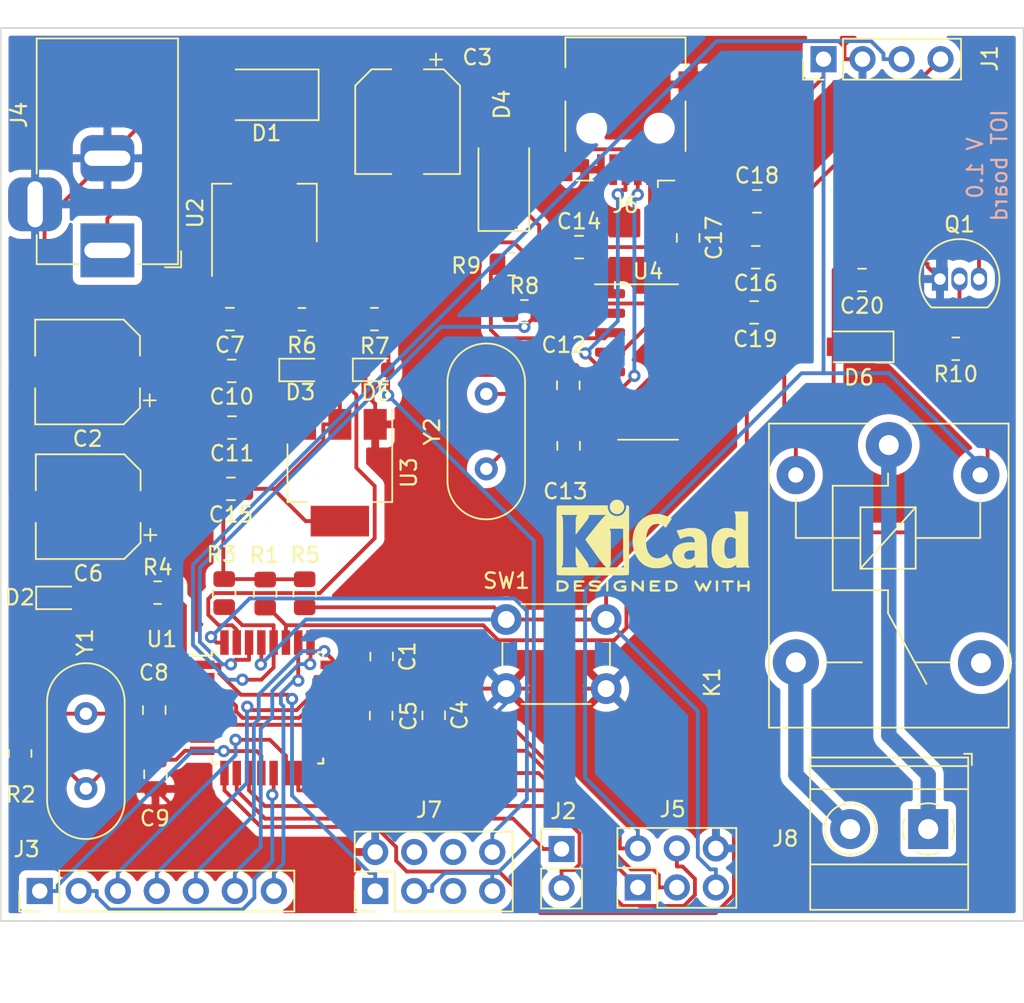
<source format=kicad_pcb>
(kicad_pcb (version 20211014) (generator pcbnew)
  (layers (0 "F.Cu" signal) (31 "B.Cu" signal) (34 "B.Paste" user) (35 "F.Paste" user) (36 "B.SilkS" user "B.Silkscreen") (37 "F.SilkS" user "F.Silkscreen") (38 "B.Mask" user) (39 "F.Mask" user) (44 "Edge.Cuts" user))
  (net 0 "")
  (net 1 "GND")
  (net 2 "Net-(C1-Pad2)")
  (net 3 "Net-(C2-Pad1)")
  (net 4 "+5V")
  (net 5 "Net-(C8-Pad1)")
  (net 6 "Net-(C9-Pad1)")
  (net 7 "Net-(C12-Pad2)")
  (net 8 "Net-(C13-Pad2)")
  (net 9 "Net-(C14-Pad2)")
  (net 10 "Net-(C15-Pad1)")
  (net 11 "Net-(C16-Pad2)")
  (net 12 "Net-(C19-Pad1)")
  (net 13 "RST")
  (net 14 "Net-(D1-Pad2)")
  (net 15 "Net-(D2-Pad2)")
  (net 16 "Net-(D3-Pad2)")
  (net 17 "+3V3")
  (net 18 "Net-(D6-Pad2)")
  (net 19 "SCL")
  (net 20 "SDA")
  (net 21 "D6")
  (net 22 "D7")
  (net 23 "D8")
  (net 24 "D9")
  (net 25 "D10")
  (net 26 "A0")
  (net 27 "A1")
  (net 28 "A2")
  (net 29 "A3")
  (net 30 "MISO")
  (net 31 "SCK")
  (net 32 "MOSI")
  (net 33 "D-")
  (net 34 "D+")
  (net 36 "Tx")
  (net 40 "Rx")
  (net 41 "Net-(J8-Pad2)")
  (net 43 "Net-(Q1-Pad2)")
  (net 44 "Net-(R4-Pad2)")
  (net 45 "Net-(R8-Pad1)")
  (net 46 "USB_RX")
  (net 47 "Net-(R9-Pad1)")
  (net 48 "USB_TX")
  (net 49 "Relay")
  (net 58 "Net-(K1-Pad1)")
  (footprint "Capacitor_SMD:C_0805_2012Metric" (layer "F.Cu") (at 99.09 94.06 90)
    (fp_text reference "C4")
    (fp_text value "1uF")
  )
  (footprint "Button_Switch_THT:SW_PUSH_6mm" (layer "F.Cu") (at 103.81 87.82)
    (fp_text reference "SW1")
    (fp_text value "SW_DIP_x01")
  )
  (footprint "LED_SMD:LED_0603_1608Metric" (layer "F.Cu") (at 74.7 86.41)
    (fp_text reference "D2")
    (fp_text value "LED")
  )
  (footprint "Capacitor_SMD:C_0805_2012Metric" (layer "F.Cu") (at 115.65 62.97 -90)
    (fp_text reference "C17")
    (fp_text value "0.1uF")
  )
  (footprint "Capacitor_SMD:C_0805_2012Metric" (layer "F.Cu") (at 107.87 76.51 90)
    (fp_text reference "C13")
    (fp_text value "22pF")
  )
  (footprint "Connector_BarrelJack:BarrelJack_Horizontal" (layer "F.Cu") (at 77.8475 63.78 -90)
    (fp_text reference "J4")
    (fp_text value "Barrel_Jack_Switch")
  )
  (footprint "Package_TO_SOT_SMD:SOT-223-3_TabPin2" (layer "F.Cu") (at 88.07 61.35 90)
    (fp_text reference "U2")
    (fp_text value "AMS1117-5.0")
  )
  (footprint "Symbol:KiCad-Logo2_5mm_SilkScreen" (layer "F.Cu") (at 113.36 83)
    (fp_text reference "REF**" hide)
    (fp_text value "KiCad-Logo2_5mm_SilkScreen" hide)
  )
  (footprint "Crystal:Crystal_HC49-4H_Vertical" (layer "F.Cu") (at 76.45 98.83 90)
    (fp_text reference "Y1")
    (fp_text value "Crystal")
  )
  (footprint "Capacitor_SMD:CP_Elec_6.3x5.4" (layer "F.Cu") (at 76.6 80.47 180)
    (fp_text reference "C6")
    (fp_text value "47uF")
  )
  (footprint "LED_SMD:LED_0603_1608Metric" (layer "F.Cu") (at 90.5225 71.57)
    (fp_text reference "D3")
    (fp_text value "LED")
  )
  (footprint "Capacitor_SMD:CP_Elec_6.3x5.4" (layer "F.Cu") (at 76.56 71.7 180)
    (fp_text reference "C2")
    (fp_text value "47uF")
  )
  (footprint "Connector_PinHeader_2.54mm:PinHeader_2x04_P2.54mm_Vertical" (layer "F.Cu") (at 95.28 105.5 90)
    (fp_text reference "J7")
    (fp_text value "Conn_02x04_Odd_Even")
  )
  (footprint "Capacitor_SMD:CP_Elec_6.3x5.4" (layer "F.Cu") (at 97.39 55.4 -90)
    (fp_text reference "C3")
    (fp_text value "4.7uF")
  )
  (footprint "Resistor_SMD:R_0805_2012Metric" (layer "F.Cu") (at 95.23 68.26 180)
    (fp_text reference "R7")
    (fp_text value "1k")
  )
  (footprint "Capacitor_SMD:C_0805_2012Metric" (layer "F.Cu") (at 119.95 67.82)
    (fp_text reference "C19")
    (fp_text value "0.1uF")
  )
  (footprint "Capacitor_SMD:C_0805_2012Metric" (layer "F.Cu") (at 85.82 68.26 180)
    (fp_text reference "C7")
    (fp_text value "0.1uF")
  )
  (footprint "Connector_PinHeader_2.54mm:PinHeader_1x02_P2.54mm_Vertical" (layer "F.Cu") (at 107.41 102.765)
    (fp_text reference "J2")
    (fp_text value "Conn_01x02_Male")
  )
  (footprint "Connector_PinHeader_2.54mm:PinHeader_1x07_P2.54mm_Vertical" (layer "F.Cu") (at 73.445 105.5 90)
    (fp_text reference "J3")
    (fp_text value "Conn_01x07_Male")
  )
  (footprint "Resistor_SMD:R_0805_2012Metric" (layer "F.Cu") (at 90.51 68.27)
    (fp_text reference "R6")
    (fp_text value "1k")
  )
  (footprint "Crystal:Crystal_HC49-4H_Vertical" (layer "F.Cu") (at 102.51 78.01 90)
    (fp_text reference "Y2")
    (fp_text value "Crystal")
  )
  (footprint "Relay_THT:Relay_SPDT_SANYOU_SRD_Series_Form_C" (layer "F.Cu") (at 128.71 76.46 -90)
    (fp_text reference "K1")
    (fp_text value "G5Q-1")
  )
  (footprint "Resistor_SMD:R_0805_2012Metric" (layer "F.Cu") (at 133.07 70.19 180)
    (fp_text reference "R10")
    (fp_text value "1k")
  )
  (footprint "Capacitor_SMD:C_0805_2012Metric" (layer "F.Cu") (at 85.94 71.63 180)
    (fp_text reference "C10")
    (fp_text value "0.1uF")
  )
  (footprint "Resistor_SMD:R_0805_2012Metric" (layer "F.Cu") (at 81.12 86.07)
    (fp_text reference "R4")
    (fp_text value "1k")
  )
  (footprint "Capacitor_SMD:C_0805_2012Metric" (layer "F.Cu") (at 95.7 90.23 -90)
    (fp_text reference "C1")
    (fp_text value "0.1uF")
  )
  (footprint "Connector_USB:USB_Mini-B_Lumberg_2486_01_Horizontal" (layer "F.Cu") (at 111.57 55.825 180)
    (fp_text reference "J6")
    (fp_text value "USB_B_Mini")
  )
  (footprint "Resistor_SMD:R_0805_2012Metric" (layer "F.Cu") (at 72.17 96.5425 -90)
    (fp_text reference "R2")
    (fp_text value "1M")
  )
  (footprint "Capacitor_SMD:C_0805_2012Metric" (layer "F.Cu") (at 95.67 94.08 90)
    (fp_text reference "C5")
    (fp_text value "1uF")
  )
  (footprint "Capacitor_SMD:C_0805_2012Metric" (layer "F.Cu") (at 107.85 72.57 -90)
    (fp_text reference "C12")
    (fp_text value "22pF")
  )
  (footprint "TerminalBlock_Phoenix:TerminalBlock_Phoenix_MKDS-1,5-2-5.08_1x02_P5.08mm_Horizontal" (layer "F.Cu") (at 131.275 101.465 180)
    (fp_text reference "J8")
    (fp_text value "Conn_01x02_Male")
  )
  (footprint "Resistor_SMD:R_0805_2012Metric" (layer "F.Cu") (at 90.69 86.11 90)
    (fp_text reference "R5")
    (fp_text value "1k")
  )
  (footprint "Package_QFP:TQFP-32_7x7mm_P0.8mm" (layer "F.Cu") (at 88.27 93.57)
    (fp_text reference "U1")
    (fp_text value "ATmega328P-A")
  )
  (footprint "Connector_PinHeader_2.54mm:PinHeader_1x04_P2.54mm_Vertical" (layer "F.Cu") (at 124.46 51.33 90)
    (fp_text reference "J1")
    (fp_text value "Conn_01x04_Male")
  )
  (footprint "Capacitor_SMD:C_0805_2012Metric" (layer "F.Cu") (at 80.9 93.72 90)
    (fp_text reference "C8")
    (fp_text value "22pF")
  )
  (footprint "Package_SO:SOIC-16_3.9x9.9mm_P1.27mm" (layer "F.Cu") (at 113.04 71.05)
    (fp_text reference "U4")
    (fp_text value "CH340G")
  )
  (footprint "Capacitor_SMD:C_0805_2012Metric" (layer "F.Cu") (at 120.13 60.59)
    (fp_text reference "C18")
    (fp_text value "0.1uF")
  )
  (footprint "LED_SMD:LED_0603_1608Metric" (layer "F.Cu") (at 95.31 71.56)
    (fp_text reference "D5")
    (fp_text value "LED")
  )
  (footprint "Connector_PinHeader_2.54mm:PinHeader_2x03_P2.54mm_Vertical" (layer "F.Cu") (at 112.375 105.265 90)
    (fp_text reference "J5")
    (fp_text value "Conn_02x03_Odd_Even")
  )
  (footprint "Resistor_SMD:R_0805_2012Metric" (layer "F.Cu") (at 104.99 67.75)
    (fp_text reference "R8")
    (fp_text value "1k")
  )
  (footprint "Resistor_SMD:R_0805_2012Metric" (layer "F.Cu") (at 85.45 86.1 90)
    (fp_text reference "R3")
    (fp_text value "1k")
  )
  (footprint "Package_TO_SOT_SMD:SOT-223-3_TabPin2" (layer "F.Cu") (at 92.98 78.26 -90)
    (fp_text reference "U3")
    (fp_text value "AMS1117-3.3")
  )
  (footprint "Diode_SMD:D_SOD-123" (layer "F.Cu") (at 126.77 70.06 180)
    (fp_text reference "D6")
    (fp_text value "1N4007")
  )
  (footprint "Capacitor_SMD:C_0805_2012Metric" (layer "F.Cu") (at 126.97 65.71 180)
    (fp_text reference "C20")
    (fp_text value "100uF")
  )
  (footprint "Diode_SMD:D_SMA" (layer "F.Cu") (at 88.2 53.65 180)
    (fp_text reference "D1")
    (fp_text value "1N4007")
  )
  (footprint "Resistor_SMD:R_0805_2012Metric" (layer "F.Cu") (at 88.12 86.13 90)
    (fp_text reference "R1")
    (fp_text value "1k")
  )
  (footprint "Capacitor_SMD:C_0805_2012Metric" (layer "F.Cu") (at 80.98 97.9 -90)
    (fp_text reference "C9")
    (fp_text value "22pF")
  )
  (footprint "Diode_SMD:D_SMA" (layer "F.Cu") (at 103.65 59.12 90)
    (fp_text reference "D4")
    (fp_text value "1N4007")
  )
  (footprint "Capacitor_SMD:C_0805_2012Metric" (layer "F.Cu") (at 85.89 79.31 180)
    (fp_text reference "C15")
    (fp_text value "10uF")
  )
  (footprint "Capacitor_SMD:C_0805_2012Metric" (layer "F.Cu") (at 85.96 75.32 180)
    (fp_text reference "C11")
    (fp_text value "10uF")
  )
  (footprint "Package_TO_SOT_THT:TO-92_Inline" (layer "F.Cu") (at 132.04 65.65)
    (fp_text reference "Q1")
    (fp_text value "PN2222A")
  )
  (footprint "Capacitor_SMD:C_0805_2012Metric" (layer "F.Cu") (at 108.55 63.57)
    (fp_text reference "C14")
    (fp_text value "1uF")
  )
  (footprint "Resistor_SMD:R_0805_2012Metric" (layer "F.Cu") (at 104.15 64.68)
    (fp_text reference "R9")
    (fp_text value "1k")
  )
  (footprint "Capacitor_SMD:C_0805_2012Metric" (layer "F.Cu") (at 120.05 64.23 180)
    (fp_text reference "C16")
    (fp_text value "10nF")
  )
  (gr_rect (start 70.91 49.3) (end 137.48 107.45) (layer "Edge.Cuts") (width 0.1) (fill none))
  (gr_text "V 1.0" (at 134.33 58.42 90) (layer "B.SilkS") (effects (font (size 1 1)) (justify mirror)))
  (gr_text "IOT board" (at 135.91 58.25 90) (layer "B.SilkS") (effects (font (size 1 1)) (justify mirror)))
  (segment (start 98.67 50.2) (end 85.4275 50.2) (width 0.25) (layer "F.Cu") (net 1))
  (segment (start 117.665 50.1547) (end 125.4575 50.1547) (width 0.25) (layer "F.Cu") (net 1))
  (segment (start 80.9 92.77) (end 82.8947 92.77) (width 0.25) (layer "F.Cu") (net 1))
  (segment (start 95.6993 89.6393) (end 99.09 93.03) (width 0.25) (layer "F.Cu") (net 1))
  (segment (start 84.99 75.3) (end 84.99 71.63) (width 0.25) (layer "F.Cu") (net 1))
  (segment (start 95.28 75.11) (end 96.3553 75.11) (width 0.25) (layer "F.Cu") (net 1))
  (segment (start 127 51.33) (end 127 52.5053) (width 0.25) (layer "F.Cu") (net 1))
  (segment (start 74.96 79.31) (end 73.8 80.47) (width 0.25) (layer "F.Cu") (net 1))
  (segment (start 127.0828 64.6472) (end 126.02 65.71) (width 0.25) (layer "F.Cu") (net 1))
  (segment (start 86.0881 70.5319) (end 88.6969 70.5319) (width 0.25) (layer "F.Cu") (net 1))
  (segment (start 85.4275 50.2) (end 77.8475 57.78) (width 0.25) (layer "F.Cu") (net 1))
  (segment (start 114.4746 68.51) (end 113.4299 69.5547) (width 0.25) (layer "F.Cu") (net 1))
  (segment (start 95.28 73.7847) (end 94.5225 73.0272) (width 0.25) (layer "F.Cu") (net 1))
  (segment (start 127 51.33) (end 125.8247 51.33) (width 0.25) (layer "F.Cu") (net 1))
  (segment (start 106.465 59.08) (end 107.12 58.425) (width 0.25) (layer "F.Cu") (net 1))
  (segment (start 121 64.23) (end 116.72 68.51) (width 0.25) (layer "F.Cu") (net 1))
  (segment (start 131.2269 64.6472) (end 127.0828 64.6472) (width 0.25) (layer "F.Cu") (net 1))
  (segment (start 107.12 59.6003) (end 107.35 59.6003) (width 0.25) (layer "F.Cu") (net 1))
  (segment (start 82.8947 92.77) (end 82.8947 93.97) (width 0.25) (layer "F.Cu") (net 1))
  (segment (start 107.35 59.6003) (end 107.6 59.8503) (width 0.25) (layer "F.Cu") (net 1))
  (segment (start 86.2284 93.4531) (end 86.2284 93.8031) (width 0.25) (layer "F.Cu") (net 1))
  (segment (start 82.8947 92.77) (end 82.8947 92.37) (width 0.25) (layer "F.Cu") (net 1))
  (segment (start 94.6777 92.1376) (end 93.6453 93.17) (width 0.25) (layer "F.Cu") (net 1))
  (segment (start 86.2284 93.8031) (end 86.6533 94.228) (width 0.25) (layer "F.Cu") (net 1))
  (segment (start 95.7 89.6386) (end 95.7 89.28) (width 0.25) (layer "F.Cu") (net 1))
  (segment (start 107.6 63.57) (end 110.565 66.535) (width 0.25) (layer "F.Cu") (net 1))
  (segment (start 85.01 79.24) (end 85.01 75.32) (width 0.25) (layer "F.Cu") (net 1))
  (segment (start 109.5477 73.59) (end 107.85 71.8923) (width 0.25) (layer "F.Cu") (net 1))
  (segment (start 85.77 64.5) (end 85.77 65.8253) (width 0.25) (layer "F.Cu") (net 1))
  (segment (start 116.02 52.975) (end 116.02 51.7997) (width 0.25) (layer "F.Cu") (net 1))
  (segment (start 131.2269 64.8369) (end 132.04 65.65) (width 0.25) (layer "F.Cu") (net 1))
  (segment (start 93.0827 93.17) (end 92.52 93.17) (width 0.25) (layer "F.Cu") (net 1))
  (segment (start 107.12 52.975) (end 101.445 52.975) (width 0.25) (layer "F.Cu") (net 1))
  (segment (start 80.9 92.77) (end 80.2725 92.77) (width 0.25) (layer "F.Cu") (net 1))
  (segment (start 84.02 92.37) (end 82.8947 92.37) (width 0.25) (layer "F.Cu") (net 1))
  (segment (start 94.6486 90.69) (end 95.6993 89.6393) (width 0.25) (layer "F.Cu") (net 1))
  (segment (start 116.02 58.425) (end 116.02 61.65) (width 0.25) (layer "F.Cu") (net 1))
  (segment (start 74.96 79.31) (end 74.96 72.9) (width 0.25) (layer "F.Cu") (net 1))
  (segment (start 90.3367 94.228) (end 91.3947 93.17) (width 0.25) (layer "F.Cu") (net 1))
  (segment (start 116.02 61.65) (end 115.65 62.02) (width 0.25) (layer "F.Cu") (net 1))
  (segment (start 103.81 92.32) (end 99.8 92.32) (width 0.25) (layer "F.Cu") (net 1))
  (segment (start 84.02 93.97) (end 82.8947 93.97) (width 0.25) (layer "F.Cu") (net 1))
  (segment (start 84.02 92.37) (end 85.1453 92.37) (width 0.25) (layer "F.Cu") (net 1))
  (segment (start 95.67 93.13) (end 94.6777 92.1376) (width 0.25) (layer "F.Cu") (net 1))
  (segment (start 94.5225 73.0272) (end 94.5225 71.56) (width 0.25) (layer "F.Cu") (net 1))
  (segment (start 116.02 52.975) (end 107.12 52.975) (width 0.25) (layer "F.Cu") (net 1))
  (segment (start 131.2269 64.6472) (end 131.2269 64.8369) (width 0.25) (layer "F.Cu") (net 1))
  (segment (start 85.1453 92.37) (end 86.2284 93.4531) (width 0.25) (layer "F.Cu") (net 1))
  (segment (start 99.09 93.03) (end 99.09 93.11) (width 0.25) (layer "F.Cu") (net 1))
  (segment (start 109.97 58.525) (end 109.97 59.8503) (width 0.25) (layer "F.Cu") (net 1))
  (segment (start 92.52 93.17) (end 91.3947 93.17) (width 0.25) (layer "F.Cu") (net 1))
  (segment (start 110.565 66.535) (end 110.565 66.605) (width 0.25) (layer "F.Cu") (net 1))
  (segment (start 80.2725 92.77) (end 73.9125 86.41) (width 0.25) (layer "F.Cu") (net 1))
  (segment (start 94.6486 92.1086) (end 94.6486 90.69) (width 0.25) (layer "F.Cu") (net 1))
  (segment (start 97.39 58.2) (end 98.27 59.08) (width 0.25) (layer "F.Cu") (net 1))
  (segment (start 95.28 75.11) (end 95.28 73.7847) (width 0.25) (layer "F.Cu") (net 1))
  (segment (start 125.4575 50.1547) (end 125.8247 50.5219) (width 0.25) (layer "F.Cu") (net 1))
  (segment (start 94.6777 92.1376) (end 94.6486 92.1086) (width 0.25) (layer "F.Cu") (net 1))
  (segment (start 117.455 99.465) (end 117.455 102.725) (width 0.25) (layer "F.Cu") (net 1))
  (segment (start 121.08 60.59) (end 121.08 58.4253) (width 0.25) (layer "F.Cu") (net 1))
  (segment (start 88.6969 70.5319) (end 89.735 71.57) (width 0.25) (layer "F.Cu") (net 1))
  (segment (start 93.0827 93.17) (end 93.6453 93.17) (width 0.25) (layer "F.Cu") (net 1))
  (segment (start 107.6 59.8503) (end 107.6 63.57) (width 0.25) (layer "F.Cu") (net 1))
  (segment (start 99.8 92.32) (end 99.09 93.03) (width 0.25) (layer "F.Cu") (net 1))
  (segment (start 84.94 79.31) (end 74.96 79.31) (width 0.25) (layer "F.Cu") (net 1))
  (segment (start 107.85 71.8923) (end 107.85 71.62) (width 0.25) (layer "F.Cu") (net 1))
  (segment (start 103.81 92.32) (end 110.31 92.32) (width 0.25) (layer "F.Cu") (net 1))
  (segment (start 85.01 75.32) (end 84.99 75.3) (width 0.25) (layer "F.Cu") (net 1))
  (segment (start 111.6721 73.59) (end 109.5477 73.59) (width 0.25) (layer "F.Cu") (net 1))
  (segment (start 84.87 69.3138) (end 84.87 68.26) (width 0.25) (layer "F.Cu") (net 1))
  (segment (start 74.8475 60.78) (end 77.8475 57.78) (width 0.25) (layer "F.Cu") (net 1))
  (segment (start 121.08 58.4253) (end 127 52.5053) (width 0.25) (layer "F.Cu") (net 1))
  (segment (start 73.76 60.78) (end 74.8475 60.78) (width 0.25) (layer "F.Cu") (net 1))
  (segment (start 73.9125 80.5825) (end 73.8 80.47) (width 0.25) (layer "F.Cu") (net 1))
  (segment (start 116.72 68.51) (end 114.4746 68.51) (width 0.25) (layer "F.Cu") (net 1))
  (segment (start 107.12 58.425) (end 107.12 59.6003) (width 0.25) (layer "F.Cu") (net 1))
  (segment (start 125.8247 50.5219) (end 125.8247 51.33) (width 0.25) (layer "F.Cu") (net 1))
  (segment (start 95.28 102.96) (end 85.09 102.96) (width 0.25) (layer "F.Cu") (net 1))
  (segment (start 73.1475 60.78) (end 73.76 60.78) (width 0.25) (layer "F.Cu") (net 1))
  (segment (start 74.96 72.9) (end 73.76 71.7) (width 0.25) (layer "F.Cu") (net 1))
  (segment (start 84.94 79.31) (end 85.01 79.24) (width 0.25) (layer "F.Cu") (net 1))
  (segment (start 84.87 66.7253) (end 85.77 65.8253) (width 0.25) (layer "F.Cu") (net 1))
  (segment (start 110.2481 77.46) (end 111.8759 75.8322) (width 0.25) (layer "F.Cu") (net 1))
  (segment (start 113.4299 71.8322) (end 111.6721 73.59) (width 0.25) (layer "F.Cu") (net 1))
  (segment (start 73.76 60.78) (end 73.76 71.7) (width 0.25) (layer "F.Cu") (net 1))
  (segment (start 98.27 59.08) (end 106.465 59.08) (width 0.25) (layer "F.Cu") (net 1))
  (segment (start 110.31 92.32) (end 117.455 99.465) (width 0.25) (layer "F.Cu") (net 1))
  (segment (start 84.99 71.63) (end 86.0881 70.5319) (width 0.25) (layer "F.Cu") (net 1))
  (segment (start 121 60.67) (end 121.08 60.59) (width 0.25) (layer "F.Cu") (net 1))
  (segment (start 101.445 52.975) (end 98.67 50.2) (width 0.25) (layer "F.Cu") (net 1))
  (segment (start 107.85 71.8923) (end 99.573 71.8923) (width 0.25) (layer "F.Cu") (net 1))
  (segment (start 116.02 51.7997) (end 117.665 50.1547) (width 0.25) (layer "F.Cu") (net 1))
  (segment (start 86.0881 70.5319) (end 84.87 69.3138) (width 0.25) (layer "F.Cu") (net 1))
  (segment (start 95.6993 89.6393) (end 95.7 89.6386) (width 0.25) (layer "F.Cu") (net 1))
  (segment (start 73.9125 86.41) (end 73.9125 80.5825) (width 0.25) (layer "F.Cu") (net 1))
  (segment (start 107.87 77.46) (end 110.2481 77.46) (width 0.25) (layer "F.Cu") (net 1))
  (segment (start 109.97 59.8503) (end 107.6 59.8503) (width 0.25) (layer "F.Cu") (net 1))
  (segment (start 85.09 102.96) (end 80.98 98.85) (width 0.25) (layer "F.Cu") (net 1))
  (segment (start 113.4299 69.5547) (end 113.4299 71.8322) (width 0.25) (layer "F.Cu") (net 1))
  (segment (start 99.573 71.8923) (end 96.3553 75.11) (width 0.25) (layer "F.Cu") (net 1))
  (segment (start 121 64.23) (end 121 60.67) (width 0.25) (layer "F.Cu") (net 1))
  (segment (start 86.6533 94.228) (end 90.3367 94.228) (width 0.25) (layer "F.Cu") (net 1))
  (segment (start 111.8759 75.8322) (end 111.8759 73.7938) (width 0.25) (layer "F.Cu") (net 1))
  (segment (start 116.02 52.975) (end 116.02 58.425) (width 0.25) (layer "F.Cu") (net 1))
  (segment (start 111.8759 73.7938) (end 111.6721 73.59) (width 0.25) (layer "F.Cu") (net 1))
  (segment (start 84.87 68.26) (end 84.87 66.7253) (width 0.25) (layer "F.Cu") (net 1))
  (segment (start 103.81 92.32) (end 103.81 93.2547) (width 0.25) (layer "B.Cu") (net 1))
  (segment (start 132.41 57.9153) (end 132.41 64.98) (width 0.25) (layer "B.Cu") (net 1))
  (segment (start 95.28 102.96) (end 95.28 101.7847) (width 0.25) (layer "B.Cu") (net 1))
  (segment (start 103.81 93.2547) (end 95.28 101.7847) (width 0.25) (layer "B.Cu") (net 1))
  (segment (start 127 51.33) (end 127 52.5053) (width 0.25) (layer "B.Cu") (net 1))
  (segment (start 127 52.5053) (end 132.41 57.9153) (width 0.25) (layer "B.Cu") (net 1))
  (segment (start 96.7712 93.6034) (end 96.7712 92.2512) (width 0.25) (layer "F.Cu") (net 2))
  (segment (start 92.52 93.97) (end 96.4046 93.97) (width 0.25) (layer "F.Cu") (net 2))
  (segment (start 96.4046 93.97) (end 96.7712 93.6034) (width 0.25) (layer "F.Cu") (net 2))
  (segment (start 96.7712 92.2512) (end 95.7 91.18) (width 0.25) (layer "F.Cu") (net 2))
  (segment (start 90.37 63.1747) (end 85.9006 63.1747) (width 0.25) (layer "F.Cu") (net 3))
  (segment (start 79.36 68.6966) (end 79.36 71.7) (width 0.25) (layer "F.Cu") (net 3))
  (segment (start 84.9379 63.1187) (end 79.36 68.6966) (width 0.25) (layer "F.Cu") (net 3))
  (segment (start 85.8446 56.8801) (end 85.8446 63.1187) (width 0.25) (layer "F.Cu") (net 3))
  (segment (start 89.0747 53.65) (end 85.8446 56.8801) (width 0.25) (layer "F.Cu") (net 3))
  (segment (start 85.9006 63.1747) (end 85.8446 63.1187) (width 0.25) (layer "F.Cu") (net 3))
  (segment (start 90.37 64.5) (end 90.37 63.1747) (width 0.25) (layer "F.Cu") (net 3))
  (segment (start 89.85 53.65) (end 89.0747 53.65) (width 0.25) (layer "F.Cu") (net 3))
  (segment (start 85.8446 63.1187) (end 84.9379 63.1187) (width 0.25) (layer "F.Cu") (net 3))
  (segment (start 97.39 52.6) (end 96.2636 53.7264) (width 0.25) (layer "F.Cu") (net 4))
  (segment (start 88.12 85.2175) (end 88.09 85.1875) (width 0.25) (layer "F.Cu") (net 4))
  (segment (start 86.91 75.32) (end 86.91 75.11) (width 0.25) (layer "F.Cu") (net 4))
  (segment (start 88.07 58.2) (end 90.2953 58.2) (width 0.25) (layer "F.Cu") (net 4))
  (segment (start 89.4009 65.8265) (end 89.1453 65.5709) (width 0.25) (layer "F.Cu") (net 4))
  (segment (start 88.14 85.1975) (end 90.69 85.1975) (width 0.25) (layer "F.Cu") (net 4))
  (segment (start 93.9065 61.8112) (end 90.2953 58.2) (width 0.25) (layer "F.Cu") (net 4))
  (segment (start 95.67 95.03) (end 95.13 95.57) (width 0.25) (layer "F.Cu") (net 4))
  (segment (start 135.14 77.93) (end 134.66 78.41) (width 0.25) (layer "F.Cu") (net 4))
  (segment (start 89.5875 68.26) (end 86.77 68.26) (width 0.25) (layer "F.Cu") (net 4))
  (segment (start 111.1997 102.725) (end 111.1997 101.8211) (width 0.25) (layer "F.Cu") (net 4))
  (segment (start 103.65 60.77) (end 104.5753 60.77) (width 0.25) (layer "F.Cu") (net 4))
  (segment (start 95.13 95.57) (end 92.52 95.57) (width 0.25) (layer "F.Cu") (net 4))
  (segment (start 119.18 60.59) (end 119.18 57.7853) (width 0.25) (layer "F.Cu") (net 4))
  (segment (start 85.1662 94.6783) (end 90.503 94.6783) (width 0.25) (layer "F.Cu") (net 4))
  (segment (start 85.1453 93.17) (end 85.1453 94.6574) (width 0.25) (layer "F.Cu") (net 4))
  (segment (start 85.89 76.34) (end 85.89 79.9734) (width 0.25) (layer "F.Cu") (net 4))
  (segment (start 119.18 62.3517) (end 119.18 60.59) (width 0.25) (layer "F.Cu") (net 4))
  (segment (start 114.3383 66.605) (end 115.515 66.605) (width 0.25) (layer "F.Cu") (net 4))
  (segment (start 90.503 94.6783) (end 91.3947 95.57) (width 0.25) (layer "F.Cu") (net 4))
  (segment (start 89.5875 65.8265) (end 91.2834 65.8265) (width 0.25) (layer "F.Cu") (net 4))
  (segment (start 89.5975 68.27) (end 90.5225 69.195) (width 0.25) (layer "F.Cu") (net 4))
  (segment (start 88.09 85.1875) (end 85.45 85.1875) (width 0.25) (layer "F.Cu") (net 4))
  (segment (start 85.89 79.9734) (end 85.3934 80.47) (width 0.25) (layer "F.Cu") (net 4))
  (segment (start 86.91 75.32) (end 85.89 76.34) (width 0.25) (layer "F.Cu") (net 4))
  (segment (start 92.52 95.57) (end 91.3947 95.57) (width 0.25) (layer "F.Cu") (net 4))
  (segment (start 89.5875 68.26) (end 89.5975 68.27) (width 0.25) (layer "F.Cu") (net 4))
  (segment (start 95.69 95.01) (end 95.67 95.03) (width 0.25) (layer "F.Cu") (net 4))
  (segment (start 115.515 66.605) (end 115.515 66.0167) (width 0.25) (layer "F.Cu") (net 4))
  (segment (start 86.91 75.11) (end 89.6047 75.11) (width 0.25) (layer "F.Cu") (net 4))
  (segment (start 85.3934 80.47) (end 79.4 80.47) (width 0.25) (layer "F.Cu") (net 4))
  (segment (start 109.5404 67.24) (end 113.7033 67.24) (width 0.25) (layer "F.Cu") (net 4))
  (segment (start 124.46 51.33) (end 124.46 52.5053) (width 0.25) (layer "F.Cu") (net 4))
  (segment (start 89.5875 65.8265) (end 89.4009 65.8265) (width 0.25) (layer "F.Cu") (net 4))
  (segment (start 93.9065 63.2034) (end 93.9065 61.8112) (width 0.25) (layer "F.Cu") (net 4))
  (segment (start 90.5225 73.6272) (end 90.68 73.7847) (width 0.25) (layer "F.Cu") (net 4))
  (segment (start 86.91 71.65) (end 86.89 71.63) (width 0.25) (layer "F.Cu") (net 4))
  (segment (start 111.1997 101.8211) (end 104.3886 95.01) (width 0.25) (layer "F.Cu") (net 4))
  (segment (start 105.9557 63.6553) (end 109.5404 67.24) (width 0.25) (layer "F.Cu") (net 4))
  (segment (start 113.7033 67.24) (end 114.3383 66.605) (width 0.25) (layer "F.Cu") (net 4))
  (segment (start 85.1453 94.6574) (end 85.1662 94.6783) (width 0.25) (layer "F.Cu") (net 4))
  (segment (start 112.375 102.725) (end 111.1997 102.725) (width 0.25) (layer "F.Cu") (net 4))
  (segment (start 96.2636 53.7264) (end 96.2636 60.77) (width 0.25) (layer "F.Cu") (net 4))
  (segment (start 88.12 85.2175) (end 88.14 85.1975) (width 0.25) (layer "F.Cu") (net 4))
  (segment (start 128.51 70.06) (end 135.14 76.69) (width 0.25) (layer "F.Cu") (net 4))
  (segment (start 85.3934 85.1309) (end 85.45 85.1875) (width 0.25) (layer "F.Cu") (net 4))
  (segment (start 96.2636 60.77) (end 94.9477 60.77) (width 0.25) (layer "F.Cu") (net 4))
  (segment (start 104.3886 95.01) (end 99.09 95.01) (width 0.25) (layer "F.Cu") (net 4))
  (segment (start 128.42 70.06) (end 128.42 69.1347) (width 0.25) (layer "F.Cu") (net 4))
  (segment (start 115.515 66.0167) (end 119.18 62.3517) (width 0.25) (layer "F.Cu") (net 4))
  (segment (start 85.3934 80.47) (end 85.3934 85.1309) (width 0.25) (layer "F.Cu") (net 4))
  (segment (start 89.5875 65.8265) (end 89.5875 68.26) (width 0.25) (layer "F.Cu") (net 4))
  (segment (start 119.18 57.7853) (end 124.46 52.5053) (width 0.25) (layer "F.Cu") (net 4))
  (segment (start 84.02 93.17) (end 85.1453 93.17) (width 0.25) (layer "F.Cu") (net 4))
  (segment (start 89.1453 65.5709) (end 89.1453 64.5) (width 0.25) (layer "F.Cu") (net 4))
  (segment (start 99.09 95.01) (end 95.69 95.01) (width 0.25) (layer "F.Cu") (net 4))
  (segment (start 90.68 75.11) (end 89.6047 75.11) (width 0.25) (layer "F.Cu") (net 4))
  (segment (start 105.9557 62.1504) (end 105.9557 63.6553) (width 0.25) (layer "F.Cu") (net 4))
  (segment (start 128.42 69.1347) (end 127.92 68.6347) (width 0.25) (layer "F.Cu") (net 4))
  (segment (start 85.1453 94.6574) (end 85.0327 94.77) (width 0.25) (layer "F.Cu") (net 4))
  (segment (start 128.42 70.06) (end 128.51 70.06) (width 0.25) (layer "F.Cu") (net 4))
  (segment (start 91.2834 65.8265) (end 93.9065 63.2034) (width 0.25) (layer "F.Cu") (net 4))
  (segment (start 90.5225 69.195) (end 90.5225 73.6272) (width 0.25) (layer "F.Cu") (net 4))
  (segment (start 127.92 68.6347) (end 127.92 65.71) (width 0.25) (layer "F.Cu") (net 4))
  (segment (start 94.9477 60.77) (end 93.9065 61.8112) (width 0.25) (layer "F.Cu") (net 4))
  (segment (start 104.5753 60.77) (end 105.9557 62.1504) (width 0.25) (layer "F.Cu") (net 4))
  (segment (start 90.68 75.11) (end 90.68 73.7847) (width 0.25) (layer "F.Cu") (net 4))
  (segment (start 88.07 64.5) (end 89.1453 64.5) (width 0.25) (layer "F.Cu") (net 4))
  (segment (start 103.65 60.77) (end 96.2636 60.77) (width 0.25) (layer "F.Cu") (net 4))
  (segment (start 84.02 94.77) (end 85.0327 94.77) (width 0.25) (layer "F.Cu") (net 4))
  (segment (start 86.91 75.11) (end 86.91 71.65) (width 0.25) (layer "F.Cu") (net 4))
  (segment (start 135.14 76.69) (end 135.14 77.93) (width 0.25) (layer "F.Cu") (net 4))
  (segment (start 124.46 71.7806) (end 128.7199 71.7806) (width 0.25) (layer "B.Cu") (net 4))
  (segment (start 112.375 102.725) (end 112.375 101.5497) (width 0.25) (layer "B.Cu") (net 4))
  (segment (start 112.375 101.5497) (end 108.9407 98.1154) (width 0.25) (layer "B.Cu") (net 4))
  (segment (start 128.7199 71.7806) (end 134.7393 77.8) (width 0.25) (layer "B.Cu") (net 4))
  (segment (start 123.0294 71.7806) (end 124.46 71.7806) (width 0.25) (layer "B.Cu") (net 4))
  (segment (start 108.9407 98.1154) (end 108.9407 85.8693) (width 0.25) (layer "B.Cu") (net 4))
  (segment (start 124.46 71.7806) (end 124.46 51.33) (width 0.25) (layer "B.Cu") (net 4))
  (segment (start 108.9407 85.8693) (end 123.0294 71.7806) (width 0.25) (layer "B.Cu") (net 4))
  (segment (start 76.45 93.95) (end 73.85 93.95) (width 0.25) (layer "F.Cu") (net 5))
  (segment (start 80.9 94.67) (end 80.18 93.95) (width 0.25) (layer "F.Cu") (net 5))
  (segment (start 73.85 93.95) (end 72.17 95.63) (width 0.25) (layer "F.Cu") (net 5))
  (segment (start 80.18 93.95) (end 76.45 93.95) (width 0.25) (layer "F.Cu") (net 5))
  (segment (start 81.8 95.57) (end 80.9 94.67) (width 0.25) (layer "F.Cu") (net 5))
  (segment (start 84.02 95.57) (end 81.8 95.57) (width 0.25) (layer "F.Cu") (net 5))
  (segment (start 84.02 96.37) (end 82.8947 96.37) (width 0.25) (layer "F.Cu") (net 6))
  (segment (start 82.3147 96.95) (end 80.98 96.95) (width 0.25) (layer "F.Cu") (net 6))
  (segment (start 82.8947 96.37) (end 82.3147 96.95) (width 0.25) (layer "F.Cu") (net 6))
  (segment (start 78.33 96.95) (end 76.45 98.83) (width 0.25) (layer "F.Cu") (net 6))
  (segment (start 72.17 97.455) (end 75.075 97.455) (width 0.25) (layer "F.Cu") (net 6))
  (segment (start 80.98 96.95) (end 78.33 96.95) (width 0.25) (layer "F.Cu") (net 6))
  (segment (start 75.075 97.455) (end 76.45 98.83) (width 0.25) (layer "F.Cu") (net 6))
  (segment (start 107.46 73.13) (end 107.85 73.52) (width 0.25) (layer "F.Cu") (net 7))
  (segment (start 102.51 73.13) (end 107.46 73.13) (width 0.25) (layer "F.Cu") (net 7))
  (segment (start 108.555 74.225) (end 107.85 73.52) (width 0.25) (layer "F.Cu") (net 7))
  (segment (start 110.565 74.225) (end 108.555 74.225) (width 0.25) (layer "F.Cu") (net 7))
  (segment (start 104.96 75.56) (end 107.87 75.56) (width 0.25) (layer "F.Cu") (net 8))
  (segment (start 110.565 75.495) (end 110.5 75.56) (width 0.25) (layer "F.Cu") (net 8))
  (segment (start 110.5 75.56) (end 107.87 75.56) (width 0.25) (layer "F.Cu") (net 8))
  (segment (start 102.51 78.01) (end 104.96 75.56) (width 0.25) (layer "F.Cu") (net 8))
  (segment (start 113.17 58.525) (end 113.17 59.8503) (width 0.25) (layer "F.Cu") (net 9))
  (segment (start 104.8456 57.1997) (end 104.5753 57.47) (width 0.25) (layer "F.Cu") (net 9))
  (segment (start 103.65 57.47) (end 104.5753 57.47) (width 0.25) (layer "F.Cu") (net 9))
  (segment (start 115.3 63.57) (end 115.65 63.92) (width 0.25) (layer "F.Cu") (net 9))
  (segment (start 113.17 63.57) (end 115.3 63.57) (width 0.25) (layer "F.Cu") (net 9))
  (segment (start 113.17 63.57) (end 113.17 59.8503) (width 0.25) (layer "F.Cu") (net 9))
  (segment (start 109.5 63.57) (end 113.17 63.57) (width 0.25) (layer "F.Cu") (net 9))
  (segment (start 113.17 57.1997) (end 104.8456 57.1997) (width 0.25) (layer "F.Cu") (net 9))
  (segment (start 113.17 58.525) (end 113.17 57.1997) (width 0.25) (layer "F.Cu") (net 9))
  (segment (start 86.84 79.31) (end 88.78 79.31) (width 0.25) (layer "F.Cu") (net 10))
  (segment (start 88.78 79.31) (end 88.78 79.4353) (width 0.25) (layer "F.Cu") (net 10))
  (segment (start 92.98 81.41) (end 90.7547 81.41) (width 0.25) (layer "F.Cu") (net 10))
  (segment (start 92.98 69.5975) (end 94.3175 68.26) (width 0.25) (layer "F.Cu") (net 10))
  (segment (start 88.78 79.4353) (end 90.7547 81.41) (width 0.25) (layer "F.Cu") (net 10))
  (segment (start 88.78 79.31) (end 91.9047 76.1853) (width 0.25) (layer "F.Cu") (net 10))
  (segment (start 91.9047 76.1853) (end 91.9047 75.11) (width 0.25) (layer "F.Cu") (net 10))
  (segment (start 92.98 75.11) (end 91.9047 75.11) (width 0.25) (layer "F.Cu") (net 10))
  (segment (start 92.98 75.11) (end 92.98 69.5975) (width 0.25) (layer "F.Cu") (net 10))
  (segment (start 111.3025 70.415) (end 110.565 70.415) (width 0.25) (layer "F.Cu") (net 11))
  (segment (start 116.58 67.24) (end 114.4775 67.24) (width 0.25) (layer "F.Cu") (net 11))
  (segment (start 119.1 64.23) (end 119.1 64.72) (width 0.25) (layer "F.Cu") (net 11))
  (segment (start 119.1 64.72) (end 116.58 67.24) (width 0.25) (layer "F.Cu") (net 11))
  (segment (start 114.4775 67.24) (end 111.3025 70.415) (width 0.25) (layer "F.Cu") (net 11))
  (segment (start 115.515 70.415) (end 116.405 70.415) (width 0.25) (layer "F.Cu") (net 12))
  (segment (start 116.405 70.415) (end 119 67.82) (width 0.25) (layer "F.Cu") (net 12))
  (segment (start 110.31 86.02) (end 119.47 76.86) (width 0.25) (layer "F.Cu") (net 13))
  (segment (start 103.0125 87.0225) (end 90.69 87.0225) (width 0.25) (layer "F.Cu") (net 13))
  (segment (start 110.31 87.82) (end 110.31 86.02) (width 0.25) (layer "F.Cu") (net 13))
  (segment (start 103.81 87.82) (end 103.0125 87.0225) (width 0.25) (layer "F.Cu") (net 13))
  (segment (start 87.8372 90.7483) (end 87.87 90.7155) (width 0.25) (layer "F.Cu") (net 13))
  (segment (start 119.47 76.86) (end 119.47 69.25) (width 0.25) (layer "F.Cu") (net 13))
  (segment (start 119.47 69.25) (end 120.9 67.82) (width 0.25) (layer "F.Cu") (net 13))
  (segment (start 87.87 90.7155) (end 87.87 89.32) (width 0.25) (layer "F.Cu") (net 13))
  (segment (start 110.31 87.82) (end 103.81 87.82) (width 0.25) (layer "F.Cu") (net 13))
  (via (at 87.8372 90.7483) (size 0.8) (drill 0.4) (layers "F.Cu" "B.Cu") (net 13))
  (segment (start 117.0876 104.0897) (end 116.2797 103.2818) (width 0.25) (layer "B.Cu") (net 13))
  (segment (start 103.81 87.82) (end 90.7655 87.82) (width 0.25) (layer "B.Cu") (net 13))
  (segment (start 117.455 105.265) (end 117.455 104.0897) (width 0.25) (layer "B.Cu") (net 13))
  (segment (start 116.2797 103.2818) (end 116.2797 93.7897) (width 0.25) (layer "B.Cu") (net 13))
  (segment (start 90.7655 87.82) (end 87.8372 90.7483) (width 0.25) (layer "B.Cu") (net 13))
  (segment (start 117.455 104.0897) (end 117.0876 104.0897) (width 0.25) (layer "B.Cu") (net 13))
  (segment (start 116.2797 93.7897) (end 110.31 87.82) (width 0.25) (layer "B.Cu") (net 13))
  (segment (start 85.7747 53.65) (end 85.7747 53.7775) (width 0.25) (layer "F.Cu") (net 14))
  (segment (start 77.8475 63.78) (end 77.8475 61.7047) (width 0.25) (layer "F.Cu") (net 14))
  (segment (start 85.7747 53.7775) (end 77.8475 61.7047) (width 0.25) (layer "F.Cu") (net 14))
  (segment (start 86.55 53.65) (end 85.7747 53.65) (width 0.25) (layer "F.Cu") (net 14))
  (segment (start 75.8275 86.07) (end 75.4875 86.41) (width 0.25) (layer "F.Cu") (net 15))
  (segment (start 80.2075 86.07) (end 75.8275 86.07) (width 0.25) (layer "F.Cu") (net 15))
  (segment (start 91.31 68.3825) (end 91.31 71.57) (width 0.25) (layer "F.Cu") (net 16))
  (segment (start 91.4225 68.27) (end 91.31 68.3825) (width 0.25) (layer "F.Cu") (net 16))
  (segment (start 96.0975 71.56) (end 96.12 71.56) (width 0.25) (layer "F.Cu") (net 17))
  (segment (start 96.1425 68.26) (end 96.1425 71.5375) (width 0.25) (layer "F.Cu") (net 17))
  (segment (start 96.12 71.56) (end 96.12 73.2171) (width 0.25) (layer "F.Cu") (net 17))
  (segment (start 96.1425 71.5375) (end 96.12 71.56) (width 0.25) (layer "F.Cu") (net 17))
  (via (at 96.12 73.2171) (size 0.8) (drill 0.4) (layers "F.Cu" "B.Cu") (net 17))
  (segment (start 105.6044 101.9737) (end 105.6044 82.7015) (width 0.25) (layer "B.Cu") (net 17))
  (segment (start 98.9953 105.1326) (end 98.9953 105.5) (width 0.25) (layer "B.Cu") (net 17))
  (segment (start 102.9 104.3247) (end 99.8032 104.3247) (width 0.25) (layer "B.Cu") (net 17))
  (segment (start 102.9 104.4373) (end 102.9 104.3247) (width 0.25) (layer "B.Cu") (net 17))
  (segment (start 97.82 105.5) (end 98.9953 105.5) (width 0.25) (layer "B.Cu") (net 17))
  (segment (start 102.9 104.3247) (end 103.2534 104.3247) (width 0.25) (layer "B.Cu") (net 17))
  (segment (start 105.6044 82.7015) (end 96.12 73.2171) (width 0.25) (layer "B.Cu") (net 17))
  (segment (start 99.8032 104.3247) (end 98.9953 105.1326) (width 0.25) (layer "B.Cu") (net 17))
  (segment (start 103.2534 104.3247) (end 105.6044 101.9737) (width 0.25) (layer "B.Cu") (net 17))
  (segment (start 102.9 105.5) (end 102.9 104.4373) (width 0.25) (layer "B.Cu") (net 17))
  (segment (start 134.1647 63.9047) (end 134.58 64.32) (width 0.25) (layer "F.Cu") (net 18))
  (segment (start 126.2803 63.9047) (end 134.1647 63.9047) (width 0.25) (layer "F.Cu") (net 18))
  (segment (start 125.12 72.87) (end 122.66 75.33) (width 0.25) (layer "F.Cu") (net 18))
  (segment (start 125.12 70.06) (end 125.12 65.065) (width 0.25) (layer "F.Cu") (net 18))
  (segment (start 125.12 70.06) (end 125.12 72.87) (width 0.25) (layer "F.Cu") (net 18))
  (segment (start 122.66 75.33) (end 122.66 78.41) (width 0.25) (layer "F.Cu") (net 18))
  (segment (start 134.58 64.32) (end 134.58 65.65) (width 0.25) (layer "F.Cu") (net 18))
  (segment (start 125.12 65.065) (end 126.2803 63.9047) (width 0.25) (layer "F.Cu") (net 18))
  (segment (start 88.67 89.32) (end 88.67 90.9413) (width 0.25) (layer "F.Cu") (net 19))
  (segment (start 88.67 89.32) (end 88.67 88.1947) (width 0.25) (layer "F.Cu") (net 19))
  (segment (start 87.8734 91.7379) (end 86.6358 91.7379) (width 0.25) (layer "F.Cu") (net 19))
  (segment (start 88.67 90.9413) (end 87.8734 91.7379) (width 0.25) (layer "F.Cu") (net 19))
  (segment (start 88.67 88.1947) (end 86.6322 88.1947) (width 0.25) (layer "F.Cu") (net 19))
  (segment (start 86.6322 88.1947) (end 85.45 87.0125) (width 0.25) (layer "F.Cu") (net 19))
  (via (at 86.6358 91.7379) (size 0.8) (drill 0.4) (layers "F.Cu" "B.Cu") (net 19))
  (segment (start 117.5106 50.1546) (end 83.4183 84.2469) (width 0.25) (layer "B.Cu") (net 19))
  (segment (start 129.54 51.33) (end 128.3647 51.33) (width 0.25) (layer "B.Cu") (net 19))
  (segment (start 83.4183 89.4769) (end 85.6793 91.7379) (width 0.25) (layer "B.Cu") (net 19))
  (segment (start 128.3647 50.9627) (end 127.5566 50.1546) (width 0.25) (layer "B.Cu") (net 19))
  (segment (start 83.4183 84.2469) (end 83.4183 89.4769) (width 0.25) (layer "B.Cu") (net 19))
  (segment (start 85.6793 91.7379) (end 86.6358 91.7379) (width 0.25) (layer "B.Cu") (net 19))
  (segment (start 127.5566 50.1546) (end 117.5106 50.1546) (width 0.25) (layer "B.Cu") (net 19))
  (segment (start 128.3647 51.33) (end 128.3647 50.9627) (width 0.25) (layer "B.Cu") (net 19))
  (segment (start 89.47 88.1947) (end 102.3104 88.1947) (width 0.25) (layer "F.Cu") (net 20))
  (segment (start 121.9064 61.5036) (end 132.08 51.33) (width 0.25) (layer "F.Cu") (net 20))
  (segment (start 89.47 89.32) (end 89.47 88.1947) (width 0.25) (layer "F.Cu") (net 20))
  (segment (start 103.2856 89.1699) (end 110.833243 89.1699) (width 0.25) (layer "F.Cu") (net 20))
  (segment (start 88.3178 87.0425) (end 89.47 88.1947) (width 0.25) (layer "F.Cu") (net 20))
  (segment (start 121.9064 75.9836) (end 121.9064 61.5036) (width 0.25) (layer "F.Cu") (net 20))
  (segment (start 111.634511 88.368632) (end 111.634511 86.255489) (width 0.25) (layer "F.Cu") (net 20))
  (segment (start 88.12 87.0425) (end 88.3178 87.0425) (width 0.25) (layer "F.Cu") (net 20))
  (segment (start 111.634511 86.255489) (end 121.9064 75.9836) (width 0.25) (layer "F.Cu") (net 20))
  (segment (start 110.833243 89.1699) (end 111.634511 88.368632) (width 0.25) (layer "F.Cu") (net 20))
  (segment (start 102.3104 88.1947) (end 103.2856 89.1699) (width 0.25) (layer "F.Cu") (net 20))
  (segment (start 86.27 97.82) (end 86.27 98.9453) (width 0.25) (layer "F.Cu") (net 21))
  (segment (start 86.27 98.9453) (end 88.1085 100.7838) (width 0.25) (layer "F.Cu") (net 21))
  (segment (start 107.41 102.765) (end 106.2347 102.765) (width 0.25) (layer "F.Cu") (net 21))
  (segment (start 104.2535 100.7838) (end 106.2347 102.765) (width 0.25) (layer "F.Cu") (net 21))
  (segment (start 88.1085 100.7838) (end 104.2535 100.7838) (width 0.25) (layer "F.Cu") (net 21))
  (segment (start 87.07 97.82) (end 87.07 98.9453) (width 0.25) (layer "F.Cu") (net 22))
  (segment (start 108.5853 103.7625) (end 108.2181 104.1297) (width 0.25) (layer "F.Cu") (net 22))
  (segment (start 108.2181 104.1297) (end 107.41 104.1297) (width 0.25) (layer "F.Cu") (net 22))
  (segment (start 88.0887 99.964) (end 106.795 99.964) (width 0.25) (layer "F.Cu") (net 22))
  (segment (start 87.07 98.9453) (end 88.0887 99.964) (width 0.25) (layer "F.Cu") (net 22))
  (segment (start 108.5853 101.7543) (end 108.5853 103.7625) (width 0.25) (layer "F.Cu") (net 22))
  (segment (start 107.41 105.305) (end 107.41 104.1297) (width 0.25) (layer "F.Cu") (net 22))
  (segment (start 106.795 99.964) (end 108.5853 101.7543) (width 0.25) (layer "F.Cu") (net 22))
  (segment (start 87.87 97.82) (end 87.87 96.6947) (width 0.25) (layer "F.Cu") (net 23))
  (segment (start 87.5642 96.3889) (end 87.87 96.6947) (width 0.25) (layer "F.Cu") (net 23))
  (segment (start 85.4244 96.3889) (end 87.5642 96.3889) (width 0.25) (layer "F.Cu") (net 23))
  (via (at 85.4244 96.3889) (size 0.8) (drill 0.4) (layers "F.Cu" "B.Cu") (net 23))
  (segment (start 73.445 105.5) (end 74.6203 105.5) (width 0.25) (layer "B.Cu") (net 23))
  (segment (start 83.3641 96.3889) (end 85.4244 96.3889) (width 0.25) (layer "B.Cu") (net 23))
  (segment (start 74.6203 105.5) (end 74.6203 105.1327) (width 0.25) (layer "B.Cu") (net 23))
  (segment (start 74.6203 105.1327) (end 83.3641 96.3889) (width 0.25) (layer "B.Cu") (net 23))
  (segment (start 88.67 97.82) (end 88.67 98.9453) (width 0.25) (layer "F.Cu") (net 24))
  (segment (start 88.67 98.9453) (end 88.67 99.1499) (width 0.25) (layer "F.Cu") (net 24))
  (segment (start 88.67 99.1499) (end 88.5812 99.2387) (width 0.25) (layer "F.Cu") (net 24))
  (via (at 88.5812 99.2387) (size 0.8) (drill 0.4) (layers "F.Cu" "B.Cu") (net 24))
  (segment (start 77.1603 105.8673) (end 77.9987 106.7057) (width 0.25) (layer "B.Cu") (net 24))
  (segment (start 77.9987 106.7057) (end 86.6481 106.7057) (width 0.25) (layer "B.Cu") (net 24))
  (segment (start 87.415 104.7109) (end 88.5812 103.5447) (width 0.25) (layer "B.Cu") (net 24))
  (segment (start 88.5812 103.5447) (end 88.5812 99.2387) (width 0.25) (layer "B.Cu") (net 24))
  (segment (start 86.6481 106.7057) (end 87.415 105.9388) (width 0.25) (layer "B.Cu") (net 24))
  (segment (start 77.1603 105.5) (end 77.1603 105.8673) (width 0.25) (layer "B.Cu") (net 24))
  (segment (start 75.985 105.5) (end 77.1603 105.5) (width 0.25) (layer "B.Cu") (net 24))
  (segment (start 87.415 105.9388) (end 87.415 104.7109) (width 0.25) (layer "B.Cu") (net 24))
  (segment (start 88.4279 95.6526) (end 89.47 96.6947) (width 0.25) (layer "F.Cu") (net 25))
  (segment (start 89.47 97.82) (end 89.47 96.6947) (width 0.25) (layer "F.Cu") (net 25))
  (segment (start 86.1914 95.6526) (end 88.4279 95.6526) (width 0.25) (layer "F.Cu") (net 25))
  (via (at 86.1914 95.6526) (size 0.8) (drill 0.4) (layers "F.Cu" "B.Cu") (net 25))
  (segment (start 78.525 105.5) (end 78.525 104.3247) (width 0.25) (layer "B.Cu") (net 25))
  (segment (start 86.1914 96.6583) (end 86.1914 95.6526) (width 0.25) (layer "B.Cu") (net 25))
  (segment (start 78.525 104.3247) (end 86.1914 96.6583) (width 0.25) (layer "B.Cu") (net 25))
  (segment (start 91.3947 92.493) (end 91.3947 91.57) (width 0.25) (layer "F.Cu") (net 26))
  (segment (start 92.52 91.57) (end 91.3947 91.57) (width 0.25) (layer "F.Cu") (net 26))
  (segment (start 86.9537 93.5027) (end 87.1709 93.7199) (width 0.25) (layer "F.Cu") (net 26))
  (segment (start 87.1709 93.7199) (end 90.1678 93.7199) (width 0.25) (layer "F.Cu") (net 26))
  (segment (start 90.1678 93.7199) (end 91.3947 92.493) (width 0.25) (layer "F.Cu") (net 26))
  (via (at 86.9537 93.5027) (size 0.8) (drill 0.4) (layers "F.Cu" "B.Cu") (net 26))
  (segment (start 86.9537 93.5027) (end 86.9311 93.5253) (width 0.25) (layer "B.Cu") (net 26))
  (segment (start 86.9311 98.4586) (end 81.065 104.3247) (width 0.25) (layer "B.Cu") (net 26))
  (segment (start 81.065 105.5) (end 81.065 104.3247) (width 0.25) (layer "B.Cu") (net 26))
  (segment (start 86.9311 93.5253) (end 86.9311 98.4586) (width 0.25) (layer "B.Cu") (net 26))
  (segment (start 92.52 90.4379) (end 91.9636 89.8815) (width 0.25) (layer "F.Cu") (net 27))
  (segment (start 92.52 90.77) (end 92.52 90.4379) (width 0.25) (layer "F.Cu") (net 27))
  (via (at 91.9636 89.8815) (size 0.8) (drill 0.4) (layers "F.Cu" "B.Cu") (net 27))
  (segment (start 87.3814 94.6447) (end 87.6997 94.3264) (width 0.25) (layer "B.Cu") (net 27))
  (segment (start 87.6997 94.3264) (end 87.6997 92.7085) (width 0.25) (layer "B.Cu") (net 27))
  (segment (start 87.6997 92.7085) (end 90.5267 89.8815) (width 0.25) (layer "B.Cu") (net 27))
  (segment (start 90.5267 89.8815) (end 91.9636 89.8815) (width 0.25) (layer "B.Cu") (net 27))
  (segment (start 83.605 104.3247) (end 87.3814 100.5483) (width 0.25) (layer "B.Cu") (net 27))
  (segment (start 83.605 105.5) (end 83.605 104.3247) (width 0.25) (layer "B.Cu") (net 27))
  (segment (start 87.3814 100.5483) (end 87.3814 94.6447) (width 0.25) (layer "B.Cu") (net 27))
  (segment (start 91.07 90.4453) (end 91.07 90.6992) (width 0.25) (layer "F.Cu") (net 28))
  (segment (start 91.07 89.32) (end 91.07 90.4453) (width 0.25) (layer "F.Cu") (net 28))
  (segment (start 91.07 90.6992) (end 91.0443 90.7249) (width 0.25) (layer "F.Cu") (net 28))
  (via (at 91.0443 90.7249) (size 0.8) (drill 0.4) (layers "F.Cu" "B.Cu") (net 28))
  (segment (start 86.145 104.3247) (end 87.8318 102.6379) (width 0.25) (layer "B.Cu") (net 28))
  (segment (start 88.5796 94.1764) (end 88.5796 92.4655) (width 0.25) (layer "B.Cu") (net 28))
  (segment (start 86.145 105.5) (end 86.145 104.3247) (width 0.25) (layer "B.Cu") (net 28))
  (segment (start 91.0443 90.725) (end 91.0443 90.7249) (width 0.25) (layer "B.Cu") (net 28))
  (segment (start 87.8318 102.6379) (end 87.8318 94.9242) (width 0.25) (layer "B.Cu") (net 28))
  (segment (start 90.3201 90.725) (end 91.0443 90.725) (width 0.25) (layer "B.Cu") (net 28))
  (segment (start 88.5796 92.4655) (end 90.3201 90.725) (width 0.25) (layer "B.Cu") (net 28))
  (segment (start 87.8318 94.9242) (end 88.5796 94.1764) (width 0.25) (layer "B.Cu") (net 28))
  (segment (start 90.27 89.32) (end 90.27 91.801) (width 0.25) (layer "F.Cu") (net 29))
  (via (at 90.27 91.801) (size 0.8) (drill 0.4) (layers "F.Cu" "B.Cu") (net 29))
  (segment (start 89.142 92.6408) (end 89.9818 91.801) (width 0.25) (layer "B.Cu") (net 29))
  (segment (start 89.3091 93.4621) (end 89.142 93.295) (width 0.25) (layer "B.Cu") (net 29))
  (segment (start 88.685 105.5) (end 88.685 104.3247) (width 0.25) (layer "B.Cu") (net 29))
  (segment (start 89.142 93.295) (end 89.142 92.6408) (width 0.25) (layer "B.Cu") (net 29))
  (segment (start 89.3091 103.7006) (end 89.3091 93.4621) (width 0.25) (layer "B.Cu") (net 29))
  (segment (start 89.9818 91.801) (end 90.27 91.801) (width 0.25) (layer "B.Cu") (net 29))
  (segment (start 88.685 104.3247) (end 89.3091 103.7006) (width 0.25) (layer "B.Cu") (net 29))
  (segment (start 112.375 105.265) (end 109.6567 102.5467) (width 0.25) (layer "F.Cu") (net 30))
  (segment (start 109.6567 102.5467) (end 109.6567 101.5519) (width 0.25) (layer "F.Cu") (net 30))
  (segment (start 109.6567 101.5519) (end 105.9248 97.82) (width 0.25) (layer "F.Cu") (net 30))
  (segment (start 105.9248 97.82) (end 91.07 97.82) (width 0.25) (layer "F.Cu") (net 30))
  (segment (start 111.9275 104.0897) (end 110.5027 102.6649) (width 0.25) (layer "F.Cu") (net 31))
  (segment (start 110.5027 102.6649) (end 110.5027 101.761) (width 0.25) (layer "F.Cu") (net 31))
  (segment (start 105.1117 96.37) (end 92.52 96.37) (width 0.25) (layer "F.Cu") (net 31))
  (segment (start 113.7397 104.4569) (end 113.3725 104.0897) (width 0.25) (layer "F.Cu") (net 31))
  (segment (start 110.5027 101.761) (end 105.1117 96.37) (width 0.25) (layer "F.Cu") (net 31))
  (segment (start 113.3725 104.0897) (end 111.9275 104.0897) (width 0.25) (layer "F.Cu") (net 31))
  (segment (start 113.7397 105.265) (end 113.7397 104.4569) (width 0.25) (layer "F.Cu") (net 31))
  (segment (start 114.915 105.265) (end 113.7397 105.265) (width 0.25) (layer "F.Cu") (net 31))
  (segment (start 115.2824 103.9003) (end 116.0903 104.7082) (width 0.25) (layer "F.Cu") (net 32))
  (segment (start 115.3726 106.4729) (end 111.3931 106.4729) (width 0.25) (layer "F.Cu") (net 32))
  (segment (start 109.2064 101.7385) (end 106.4132 98.9453) (width 0.25) (layer "F.Cu") (net 32))
  (segment (start 116.0903 104.7082) (end 116.0903 105.7552) (width 0.25) (layer "F.Cu") (net 32))
  (segment (start 116.0903 105.7552) (end 115.3726 106.4729) (width 0.25) (layer "F.Cu") (net 32))
  (segment (start 109.2064 104.2862) (end 109.2064 101.7385) (width 0.25) (layer "F.Cu") (net 32))
  (segment (start 114.915 102.725) (end 114.915 103.9003) (width 0.25) (layer "F.Cu") (net 32))
  (segment (start 114.915 103.9003) (end 115.2824 103.9003) (width 0.25) (layer "F.Cu") (net 32))
  (segment (start 111.3931 106.4729) (end 109.2064 104.2862) (width 0.25) (layer "F.Cu") (net 32))
  (segment (start 106.4132 98.9453) (end 90.27 98.9453) (width 0.25) (layer "F.Cu") (net 32))
  (segment (start 90.27 97.82) (end 90.27 98.9453) (width 0.25) (layer "F.Cu") (net 32))
  (segment (start 112.37 58.525) (end 112.37 60.1511) (width 0.25) (layer "F.Cu") (net 33))
  (segment (start 111.1463 72.955) (end 112.1506 71.9507) (width 0.25) (layer "F.Cu") (net 33))
  (segment (start 110.565 72.955) (end 111.1463 72.955) (width 0.25) (layer "F.Cu") (net 33))
  (via (at 112.37 60.1511) (size 0.8) (drill 0.4) (layers "F.Cu" "B.Cu") (net 33))
  (via (at 112.1506 71.9507) (size 0.8) (drill 0.4) (layers "F.Cu" "B.Cu") (net 33))
  (segment (start 112.1506 71.9507) (end 112.1506 60.3705) (width 0.25) (layer "B.Cu") (net 33))
  (segment (start 112.1506 60.3705) (end 112.37 60.1511) (width 0.25) (layer "B.Cu") (net 33))
  (segment (start 110.565 71.685) (end 110.1604 71.685) (width 0.25) (layer "F.Cu") (net 34))
  (segment (start 111.3546 59.8503) (end 111.57 59.8503) (width 0.25) (layer "F.Cu") (net 34))
  (segment (start 111.57 58.525) (end 111.57 59.8503) (width 0.25) (layer "F.Cu") (net 34))
  (segment (start 111.0728 60.1321) (end 111.3546 59.8503) (width 0.25) (layer "F.Cu") (net 34))
  (segment (start 110.1604 71.685) (end 108.9667 70.4913) (width 0.25) (layer "F.Cu") (net 34))
  (via (at 111.0728 60.1321) (size 0.8) (drill 0.4) (layers "F.Cu" "B.Cu") (net 34))
  (via (at 108.9667 70.4913) (size 0.8) (drill 0.4) (layers "F.Cu" "B.Cu") (net 34))
  (segment (start 111.0728 60.1321) (end 111.0728 68.3852) (width 0.25) (layer "B.Cu") (net 34))
  (segment (start 111.0728 68.3852) (end 108.9667 70.4913) (width 0.25) (layer "B.Cu") (net 34))
  (segment (start 85.1453 90.77) (end 85.1453 91.3219) (width 0.25) (layer "F.Cu") (net 36))
  (segment (start 86.5429 92.7195) (end 89.5922 92.7195) (width 0.25) (layer "F.Cu") (net 36))
  (segment (start 85.1453 91.3219) (end 86.5429 92.7195) (width 0.25) (layer "F.Cu") (net 36))
  (segment (start 89.5922 92.7195) (end 89.8673 92.9946) (width 0.25) (layer "F.Cu") (net 36))
  (segment (start 84.02 90.77) (end 85.1453 90.77) (width 0.25) (layer "F.Cu") (net 36))
  (via (at 89.8673 92.9946) (size 0.8) (drill 0.4) (layers "F.Cu" "B.Cu") (net 36))
  (segment (start 95.28 105.5) (end 95.28 104.3247) (width 0.25) (layer "B.Cu") (net 36))
  (segment (start 94.9127 104.3247) (end 95.28 104.3247) (width 0.25) (layer "B.Cu") (net 36))
  (segment (start 89.8673 92.9946) (end 89.8673 99.2793) (width 0.25) (layer "B.Cu") (net 36))
  (segment (start 89.8673 99.2793) (end 94.9127 104.3247) (width 0.25) (layer "B.Cu") (net 36))
  (segment (start 85.47 89.32) (end 84.9515 89.32) (width 0.25) (layer "F.Cu") (net 40))
  (segment (start 84.9515 89.32) (end 84.5947 88.9632) (width 0.25) (layer "F.Cu") (net 40))
  (via (at 84.5947 88.9632) (size 0.8) (drill 0.4) (layers "F.Cu" "B.Cu") (net 40))
  (segment (start 105.154 87.262) (end 104.3397 86.4477) (width 0.25) (layer "B.Cu") (net 40))
  (segment (start 104.3397 86.4477) (end 87.1102 86.4477) (width 0.25) (layer "B.Cu") (net 40))
  (segment (start 87.1102 86.4477) (end 84.5947 88.9632) (width 0.25) (layer "B.Cu") (net 40))
  (segment (start 105.154 99.5307) (end 105.154 87.262) (width 0.25) (layer "B.Cu") (net 40))
  (segment (start 102.9 101.7847) (end 105.154 99.5307) (width 0.25) (layer "B.Cu") (net 40))
  (segment (start 102.9 102.96) (end 102.9 101.7847) (width 0.25) (layer "B.Cu") (net 40))
  (segment (start 122.66 97.93) (end 126.195 101.465) (width 1) (layer "B.Cu") (net 41))
  (segment (start 122.66 90.61) (end 122.66 97.93) (width 1) (layer "B.Cu") (net 41))
  (segment (start 133.31 69.5175) (end 133.31 65.65) (width 0.25) (layer "F.Cu") (net 43))
  (segment (start 133.9825 70.19) (end 133.31 69.5175) (width 0.25) (layer "F.Cu") (net 43))
  (segment (start 84.02 91.57) (end 82.8947 91.57) (width 0.25) (layer "F.Cu") (net 44))
  (segment (start 82.8947 86.9322) (end 82.0325 86.07) (width 0.25) (layer "F.Cu") (net 44))
  (segment (start 82.8947 91.57) (end 82.8947 86.9322) (width 0.25) (layer "F.Cu") (net 44))
  (segment (start 105.1038 66.7237) (end 107.015 66.7237) (width 0.25) (layer "F.Cu") (net 45))
  (segment (start 108.1663 67.875) (end 110.565 67.875) (width 0.25) (layer "F.Cu") (net 45))
  (segment (start 107.015 66.7237) (end 108.1663 67.875) (width 0.25) (layer "F.Cu") (net 45))
  (segment (start 104.0775 67.75) (end 105.1038 66.7237) (width 0.25) (layer "F.Cu") (net 45))
  (segment (start 87.07 89.32) (end 87.07 90.4453) (width 0.25) (layer "F.Cu") (net 46))
  (segment (start 105.9025 67.75) (end 105.9025 67.8516) (width 0.25) (layer "F.Cu") (net 46))
  (segment (start 86.1829 90.4453) (end 85.8878 90.7404) (width 0.25) (layer "F.Cu") (net 46))
  (segment (start 105.9025 67.8516) (end 104.9928 68.7613) (width 0.25) (layer "F.Cu") (net 46))
  (segment (start 87.07 90.4453) (end 86.1829 90.4453) (width 0.25) (layer "F.Cu") (net 46))
  (via (at 104.9928 68.7613) (size 0.8) (drill 0.4) (layers "F.Cu" "B.Cu") (net 46))
  (via (at 85.8878 90.7404) (size 0.8) (drill 0.4) (layers "F.Cu" "B.Cu") (net 46))
  (segment (start 85.3329 90.7404) (end 83.8693 89.2768) (width 0.25) (layer "B.Cu") (net 46))
  (segment (start 83.8693 89.2768) (end 83.8693 84.442) (width 0.25) (layer "B.Cu") (net 46))
  (segment (start 99.55 68.7613) (end 104.9928 68.7613) (width 0.25) (layer "B.Cu") (net 46))
  (segment (start 83.8693 84.442) (end 99.55 68.7613) (width 0.25) (layer "B.Cu") (net 46))
  (segment (start 85.8878 90.7404) (end 85.3329 90.7404) (width 0.25) (layer "B.Cu") (net 46))
  (segment (start 103.3564 69.5064) (end 110.2036 69.5064) (width 0.25) (layer "F.Cu") (net 47))
  (segment (start 102.81 68.96) (end 103.3564 69.5064) (width 0.25) (layer "F.Cu") (net 47))
  (segment (start 102.81 65.1075) (end 102.81 68.96) (width 0.25) (layer "F.Cu") (net 47))
  (segment (start 103.2375 64.68) (end 102.81 65.1075) (width 0.25) (layer "F.Cu") (net 47))
  (segment (start 110.2036 69.5064) (end 110.565 69.145) (width 0.25) (layer "F.Cu") (net 47))
  (segment (start 84.4151 87.515) (end 84.4151 86.4817) (width 0.25) (layer "F.Cu") (net 48))
  (segment (start 85.0947 88.1946) (end 84.4151 87.515) (width 0.25) (layer "F.Cu") (net 48))
  (segment (start 102.14 63.26) (end 104.2925 63.26) (width 0.25) (layer "F.Cu") (net 48))
  (segment (start 86.27 89.32) (end 86.27 88.4978) (width 0.25) (layer "F.Cu") (net 48))
  (segment (start 95.23 67.6322) (end 100.3672 62.495) (width 0.25) (layer "F.Cu") (net 48))
  (segment (start 86.27 88.4978) (end 85.9668 88.1946) (width 0.25) (layer "F.Cu") (net 48))
  (segment (start 93.7453 70.3817) (end 95.23 68.897) (width 0.25) (layer "F.Cu") (net 48))
  (segment (start 104.2925 63.26) (end 105.0325 64) (width 0.25) (layer "F.Cu") (net 48))
  (segment (start 85.9668 88.1946) (end 85.0947 88.1946) (width 0.25) (layer "F.Cu") (net 48))
  (segment (start 95.23 68.897) (end 95.23 67.6322) (width 0.25) (layer "F.Cu") (net 48))
  (segment (start 84.4151 86.4817) (end 84.7966 86.1002) (width 0.25) (layer "F.Cu") (net 48))
  (segment (start 95.2486 82.526) (end 95.2486 79.1286) (width 0.25) (layer "F.Cu") (net 48))
  (segment (start 94.0554 77.9354) (end 94.0554 73.197) (width 0.25) (layer "F.Cu") (net 48))
  (segment (start 101.375 62.495) (end 102.14 63.26) (width 0.25) (layer "F.Cu") (net 48))
  (segment (start 100.3672 62.495) (end 101.375 62.495) (width 0.25) (layer "F.Cu") (net 48))
  (segment (start 93.7453 72.8869) (end 93.7453 70.3817) (width 0.25) (layer "F.Cu") (net 48))
  (segment (start 94.0554 73.197) (end 93.7453 72.8869) (width 0.25) (layer "F.Cu") (net 48))
  (segment (start 84.7966 86.1002) (end 91.6744 86.1002) (width 0.25) (layer "F.Cu") (net 48))
  (segment (start 91.6744 86.1002) (end 95.2486 82.526) (width 0.25) (layer "F.Cu") (net 48))
  (segment (start 95.2486 79.1286) (end 94.0554 77.9354) (width 0.25) (layer "F.Cu") (net 48))
  (segment (start 133.9939 80.76) (end 135.94 80.76) (width 0.25) (layer "F.Cu") (net 49))
  (segment (start 118.629511 87.910489) (end 124.3948 82.1452) (width 0.25) (layer "F.Cu") (net 49))
  (segment (start 85.47 97.82) (end 85.47 98.9453) (width 0.25) (layer "F.Cu") (net 49))
  (segment (start 95.3346 101.3288) (end 96.6446 102.6388) (width 0.25) (layer "F.Cu") (net 49))
  (segment (start 135.94 80.76) (end 136.664511 80.035489) (width 0.25) (layer "F.Cu") (net 49))
  (segment (start 124.3948 82.1452) (end 132.6087 82.1452) (width 0.25) (layer "F.Cu") (net 49))
  (segment (start 96.6446 103.5339) (end 97.3407 104.23) (width 0.25) (layer "F.Cu") (net 49))
  (segment (start 132.6087 82.1452) (end 133.9939 80.76) (width 0.25) (layer "F.Cu") (net 49))
  (segment (start 136.664511 74.697011) (end 132.1575 70.19) (width 0.25) (layer "F.Cu") (net 49))
  (segment (start 87.8535 101.3288) (end 95.3346 101.3288) (width 0.25) (layer "F.Cu") (net 49))
  (segment (start 96.6446 102.6388) (end 96.6446 103.5339) (width 0.25) (layer "F.Cu") (net 49))
  (segment (start 103.3285 104.23) (end 106.0353 106.9368) (width 0.25) (layer "F.Cu") (net 49))
  (segment (start 85.47 98.9453) (end 87.8535 101.3288) (width 0.25) (layer "F.Cu") (net 49))
  (segment (start 106.0353 106.9368) (end 117.44421 106.9368) (width 0.25) (layer "F.Cu") (net 49))
  (segment (start 118.629511 105.751499) (end 118.629511 87.910489) (width 0.25) (layer "F.Cu") (net 49))
  (segment (start 97.3407 104.23) (end 103.3285 104.23) (width 0.25) (layer "F.Cu") (net 49))
  (segment (start 117.44421 106.9368) (end 118.629511 105.751499) (width 0.25) (layer "F.Cu") (net 49))
  (segment (start 136.664511 80.035489) (end 136.664511 74.697011) (width 0.25) (layer "F.Cu") (net 49))
  (segment (start 128.71 76.46) (end 128.71 95.37) (width 1) (layer "B.Cu") (net 58))
  (segment (start 131.275 97.935) (end 131.275 101.465) (width 1) (layer "B.Cu") (net 58))
  (segment (start 128.71 95.37) (end 131.275 97.935) (width 1) (layer "B.Cu") (net 58))
  (zone (net 1) (net_name "GND") (layer "F.Cu") (connect_pads (clearance 0.508)) (min_thickness 0.254) (fill yes (thermal_gap 0.508) (thermal_bridge_width 0.508))
    (polygon (pts (xy 137.39 49.4) (xy 137.4 107.37) (xy 71 107.36) (xy 71 49.39)))
  )
  (zone (net 1) (net_name "GND") (layer "B.Cu") (connect_pads (clearance 0.508)) (min_thickness 0.254) (fill yes (thermal_gap 0.508) (thermal_bridge_width 0.508))
    (polygon (pts (xy 137.39 49.4) (xy 137.42 107.37) (xy 71 107.36) (xy 71 49.39)))
  )
)
</source>
